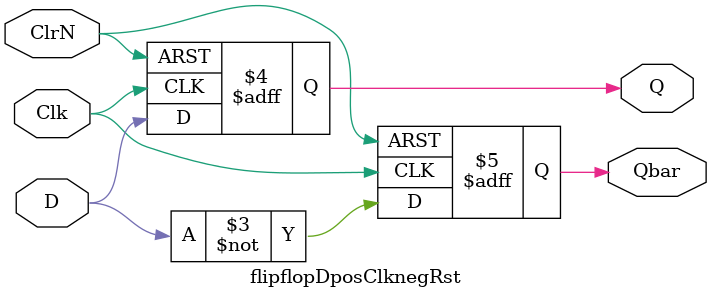
<source format=v>
/* 模組名稱： D型正反器（負緣觸發）
   著作權宣告：copyright 2012 林博仁(pika1021@gmail.com)
   */
`ifndef FLIPFLOPDPCLKPRST_V
	`define FLIPFLOPDPCLKPRST_V
	`timescale 1ns / 100ps
	module flipflopDposClknegRst(Q, Qbar, D, Clk, ClrN);
		input D, Clk, ClrN;
		output reg Q, Qbar;

		always @(posedge Clk or negedge ClrN)
		begin
			if(~ClrN) begin
				Q <= 0;
				Qbar <= 1;
			end else begin
				Q <= D;
				Qbar <= ~D;
			end
		end
	endmodule
`endif


</source>
